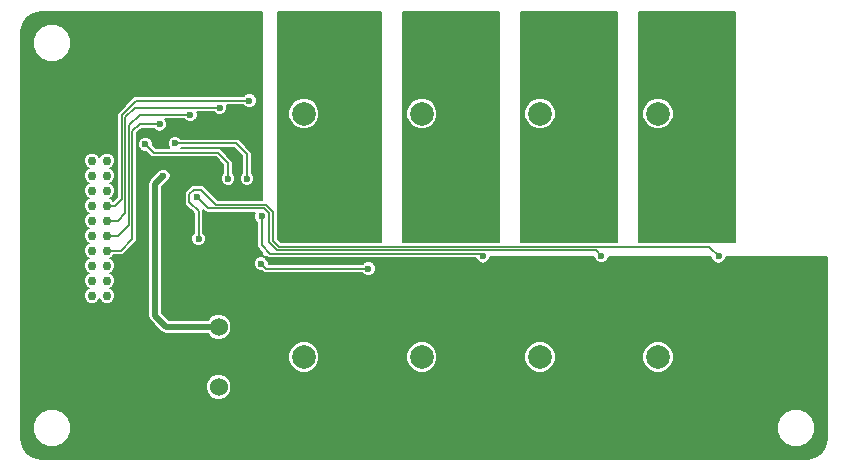
<source format=gbr>
G04 #@! TF.FileFunction,Copper,L2,Inr,Signal*
%FSLAX46Y46*%
G04 Gerber Fmt 4.6, Leading zero omitted, Abs format (unit mm)*
G04 Created by KiCad (PCBNEW 4.0.6-e0-6349~53~ubuntu14.04.1) date Sat Apr 15 22:34:14 2017*
%MOMM*%
%LPD*%
G01*
G04 APERTURE LIST*
%ADD10C,0.100000*%
%ADD11C,2.000000*%
%ADD12C,1.524000*%
%ADD13C,0.750000*%
%ADD14C,0.600000*%
%ADD15C,0.250000*%
%ADD16C,0.150000*%
%ADD17C,0.500000*%
%ADD18C,0.200000*%
G04 APERTURE END LIST*
D10*
D11*
X162300000Y-77000000D03*
X157300000Y-77000000D03*
X127300000Y-77000000D03*
X132300000Y-77000000D03*
X152300000Y-77000000D03*
X147300000Y-77000000D03*
X142300000Y-77000000D03*
X137300000Y-77000000D03*
D12*
X120100000Y-97600000D03*
X120100000Y-100140000D03*
X120100000Y-95060000D03*
D11*
X127300000Y-97600000D03*
X132300000Y-97600000D03*
X162300000Y-97600000D03*
X157300000Y-97600000D03*
X137300000Y-97600000D03*
X142300000Y-97600000D03*
X147300000Y-97600000D03*
X152300000Y-97600000D03*
D13*
X109365000Y-80985000D03*
X110635000Y-80985000D03*
X109365000Y-92415000D03*
X109365000Y-82255000D03*
X110635000Y-82255000D03*
X109365000Y-83525000D03*
X110635000Y-83525000D03*
X109365000Y-84795000D03*
X110635000Y-84795000D03*
X109365000Y-86065000D03*
X110635000Y-86065000D03*
X109365000Y-87335000D03*
X110635000Y-87335000D03*
X109365000Y-88605000D03*
X110635000Y-88605000D03*
X109365000Y-89875000D03*
X110635000Y-89875000D03*
X109365000Y-91145000D03*
X110635000Y-91145000D03*
X110635000Y-92415000D03*
D14*
X160000000Y-92500000D03*
X160000000Y-93500000D03*
X160000000Y-94500000D03*
X160000000Y-95500000D03*
X161000000Y-95500000D03*
X161000000Y-94500000D03*
X161000000Y-93500000D03*
X161000000Y-92500000D03*
X162000000Y-92500000D03*
X162000000Y-93500000D03*
X162000000Y-94500000D03*
X162000000Y-95500000D03*
X150000000Y-92500000D03*
X150000000Y-93500000D03*
X150000000Y-94500000D03*
X150000000Y-95500000D03*
X151000000Y-95500000D03*
X151000000Y-94500000D03*
X151000000Y-93500000D03*
X151000000Y-92500000D03*
X152000000Y-92500000D03*
X152000000Y-93500000D03*
X152000000Y-94500000D03*
X152000000Y-95500000D03*
X140000000Y-92500000D03*
X140000000Y-93500000D03*
X140000000Y-94500000D03*
X140000000Y-95500000D03*
X141000000Y-95500000D03*
X141000000Y-94500000D03*
X141000000Y-93500000D03*
X141000000Y-92500000D03*
X142000000Y-92500000D03*
X142000000Y-93500000D03*
X142000000Y-94500000D03*
X142000000Y-95500000D03*
X130000000Y-92500000D03*
X130000000Y-93500000D03*
X130000000Y-94500000D03*
X130000000Y-95500000D03*
X131000000Y-95500000D03*
X131000000Y-94500000D03*
X131000000Y-93500000D03*
X131000000Y-92500000D03*
X132000000Y-92500000D03*
X132000000Y-93500000D03*
X132000000Y-94500000D03*
X132000000Y-95500000D03*
X162425000Y-89075000D03*
X118400000Y-87600000D03*
X152500000Y-89025000D03*
X118225000Y-84050000D03*
X142475000Y-89075000D03*
X123725000Y-85700000D03*
X132775000Y-90125000D03*
X123700000Y-89700000D03*
X122700000Y-75900000D03*
X120200000Y-76500000D03*
X117700000Y-77100000D03*
X115100000Y-77900000D03*
X115400000Y-82275000D03*
X116400000Y-79500000D03*
X122500000Y-82500000D03*
X113900000Y-79600000D03*
X120900000Y-82500000D03*
X162000000Y-83000000D03*
X162000000Y-82000000D03*
X162000000Y-81000000D03*
X162000000Y-80000000D03*
X161000000Y-80000000D03*
X161000000Y-81000000D03*
X161000000Y-82000000D03*
X161000000Y-83000000D03*
X160000000Y-83000000D03*
X160000000Y-82000000D03*
X160000000Y-81000000D03*
X160000000Y-80000000D03*
X130000000Y-80000000D03*
X130000000Y-81000000D03*
X130000000Y-82000000D03*
X130000000Y-83000000D03*
X131000000Y-83000000D03*
X131000000Y-82000000D03*
X131000000Y-81000000D03*
X131000000Y-80000000D03*
X132000000Y-80000000D03*
X132000000Y-81000000D03*
X132000000Y-82000000D03*
X132000000Y-83000000D03*
X152000000Y-83000000D03*
X152000000Y-82000000D03*
X152000000Y-81000000D03*
X152000000Y-80000000D03*
X151000000Y-80000000D03*
X151000000Y-81000000D03*
X151000000Y-82000000D03*
X151000000Y-83000000D03*
X150000000Y-83000000D03*
X150000000Y-82000000D03*
X150000000Y-81000000D03*
X150000000Y-80000000D03*
X142000000Y-83000000D03*
X142000000Y-82000000D03*
X142000000Y-81000000D03*
X142000000Y-80000000D03*
X141000000Y-80000000D03*
X141000000Y-81000000D03*
X141000000Y-82000000D03*
X141000000Y-83000000D03*
X140000000Y-83000000D03*
X140000000Y-82000000D03*
X140000000Y-81000000D03*
X140000000Y-80000000D03*
D15*
X160000000Y-93500000D02*
X160000000Y-92500000D01*
X160000000Y-95500000D02*
X160000000Y-94500000D01*
X161000000Y-94500000D02*
X161000000Y-95500000D01*
X161000000Y-92500000D02*
X161000000Y-93500000D01*
X162000000Y-93500000D02*
X162000000Y-92500000D01*
X162000000Y-95500000D02*
X162000000Y-94500000D01*
X150000000Y-93500000D02*
X150000000Y-92500000D01*
X150000000Y-95500000D02*
X150000000Y-94500000D01*
X151000000Y-94500000D02*
X151000000Y-95500000D01*
X151000000Y-92500000D02*
X151000000Y-93500000D01*
X152000000Y-93500000D02*
X152000000Y-92500000D01*
X152000000Y-95500000D02*
X152000000Y-94500000D01*
X140000000Y-93500000D02*
X140000000Y-92500000D01*
X140000000Y-95500000D02*
X140000000Y-94500000D01*
X141000000Y-94500000D02*
X141000000Y-95500000D01*
X141000000Y-92500000D02*
X141000000Y-93500000D01*
X142000000Y-93500000D02*
X142000000Y-92500000D01*
X142000000Y-95500000D02*
X142000000Y-94500000D01*
X130000000Y-93500000D02*
X130000000Y-92500000D01*
X130000000Y-95500000D02*
X130000000Y-94500000D01*
X131000000Y-94500000D02*
X131000000Y-95500000D01*
X131000000Y-92500000D02*
X131000000Y-93500000D01*
X132000000Y-93500000D02*
X132000000Y-92500000D01*
X132000000Y-95500000D02*
X132000000Y-94500000D01*
D16*
X161599996Y-88249996D02*
X162425000Y-89075000D01*
X125199262Y-88249996D02*
X161599996Y-88249996D01*
X124700002Y-87750736D02*
X125199262Y-88249996D01*
X124700002Y-85325736D02*
X124700002Y-87750736D01*
X124074264Y-84699998D02*
X124700002Y-85325736D01*
X119849998Y-84699998D02*
X124074264Y-84699998D01*
X118575000Y-83425000D02*
X119849998Y-84699998D01*
X118025000Y-83425000D02*
X118575000Y-83425000D01*
X117625000Y-83825000D02*
X118025000Y-83425000D01*
X117625000Y-84500000D02*
X117625000Y-83825000D01*
X118400000Y-85275000D02*
X117625000Y-84500000D01*
X118400000Y-87600000D02*
X118400000Y-85275000D01*
X152024998Y-88549998D02*
X152500000Y-89025000D01*
X125074998Y-88549998D02*
X152024998Y-88549998D01*
X124400000Y-87875000D02*
X125074998Y-88549998D01*
X124400000Y-85450000D02*
X124400000Y-87875000D01*
X123950000Y-85000000D02*
X124400000Y-85450000D01*
X119175000Y-85000000D02*
X123950000Y-85000000D01*
X118225000Y-84050000D02*
X119175000Y-85000000D01*
X142250000Y-88850000D02*
X142475000Y-89075000D01*
X124450000Y-88850000D02*
X142250000Y-88850000D01*
X123725000Y-88125000D02*
X124450000Y-88850000D01*
X123725000Y-85700000D02*
X123725000Y-88125000D01*
X124125000Y-90125000D02*
X132775000Y-90125000D01*
X123700000Y-89700000D02*
X124125000Y-90125000D01*
X110635000Y-84795000D02*
X111305000Y-84795000D01*
X113100000Y-75900000D02*
X122700000Y-75900000D01*
X111900000Y-77100000D02*
X113100000Y-75900000D01*
X111900000Y-84200000D02*
X111900000Y-77100000D01*
X111305000Y-84795000D02*
X111900000Y-84200000D01*
X110635000Y-86065000D02*
X111535000Y-86065000D01*
X113000000Y-76500000D02*
X120200000Y-76500000D01*
X112200002Y-77299998D02*
X113000000Y-76500000D01*
X112200002Y-85399998D02*
X112200002Y-77299998D01*
X111535000Y-86065000D02*
X112200002Y-85399998D01*
X110635000Y-87335000D02*
X111565000Y-87335000D01*
X113400000Y-77100000D02*
X117700000Y-77100000D01*
X112500004Y-77999996D02*
X113400000Y-77100000D01*
X112500004Y-86399996D02*
X112500004Y-77999996D01*
X111565000Y-87335000D02*
X112500004Y-86399996D01*
X110635000Y-88605000D02*
X111795000Y-88605000D01*
X113400000Y-77900000D02*
X115100000Y-77900000D01*
X112800006Y-78499994D02*
X113400000Y-77900000D01*
X112800006Y-87599994D02*
X112800006Y-78499994D01*
X111795000Y-88605000D02*
X112800006Y-87599994D01*
D17*
X120100000Y-95060000D02*
X115660000Y-95060000D01*
X114700000Y-82975000D02*
X115400000Y-82275000D01*
X114700000Y-94100000D02*
X114700000Y-82975000D01*
X115660000Y-95060000D02*
X114700000Y-94100000D01*
D16*
X121600000Y-79500000D02*
X116400000Y-79500000D01*
X122500000Y-80400000D02*
X121600000Y-79500000D01*
X122500000Y-82500000D02*
X122500000Y-80400000D01*
X114600000Y-80300000D02*
X113900000Y-79600000D01*
X120000000Y-80300000D02*
X114600000Y-80300000D01*
X120900000Y-81200000D02*
X120000000Y-80300000D01*
X120900000Y-82500000D02*
X120900000Y-81200000D01*
D15*
X162000000Y-83000000D02*
X162000000Y-82000000D01*
X162000000Y-81000000D02*
X162000000Y-80000000D01*
X161000000Y-80000000D02*
X161000000Y-81000000D01*
X161000000Y-82000000D02*
X161000000Y-83000000D01*
X160000000Y-83000000D02*
X160000000Y-82000000D01*
X160000000Y-81000000D02*
X160000000Y-80000000D01*
X130000000Y-81000000D02*
X130000000Y-80000000D01*
X130000000Y-83000000D02*
X130000000Y-82000000D01*
X131000000Y-82000000D02*
X131000000Y-83000000D01*
X131000000Y-80000000D02*
X131000000Y-81000000D01*
X132000000Y-81000000D02*
X132000000Y-80000000D01*
X132000000Y-83000000D02*
X132000000Y-82000000D01*
X152000000Y-83000000D02*
X152000000Y-82000000D01*
X152000000Y-81000000D02*
X152000000Y-80000000D01*
X151000000Y-80000000D02*
X151000000Y-81000000D01*
X151000000Y-82000000D02*
X151000000Y-83000000D01*
X150000000Y-83000000D02*
X150000000Y-82000000D01*
X150000000Y-81000000D02*
X150000000Y-80000000D01*
X142000000Y-83000000D02*
X142000000Y-82000000D01*
X142000000Y-81000000D02*
X142000000Y-80000000D01*
X141000000Y-80000000D02*
X141000000Y-81000000D01*
X141000000Y-82000000D02*
X141000000Y-83000000D01*
X140000000Y-83000000D02*
X140000000Y-82000000D01*
X140000000Y-81000000D02*
X140000000Y-80000000D01*
D18*
G36*
X123800000Y-84304998D02*
X120013613Y-84304998D01*
X118854307Y-83145693D01*
X118726160Y-83060068D01*
X118575000Y-83030000D01*
X118025000Y-83030000D01*
X117873840Y-83060068D01*
X117745693Y-83145693D01*
X117345693Y-83545693D01*
X117260068Y-83673840D01*
X117230000Y-83825000D01*
X117230000Y-84500000D01*
X117260068Y-84651160D01*
X117345693Y-84779307D01*
X118005000Y-85438615D01*
X118005000Y-87118263D01*
X117874696Y-87248339D01*
X117780107Y-87476133D01*
X117779892Y-87722785D01*
X117874083Y-87950743D01*
X118048339Y-88125304D01*
X118276133Y-88219893D01*
X118522785Y-88220108D01*
X118750743Y-88125917D01*
X118925304Y-87951661D01*
X119019893Y-87723867D01*
X119020108Y-87477215D01*
X118925917Y-87249257D01*
X118795000Y-87118111D01*
X118795000Y-85275000D01*
X118771067Y-85154681D01*
X118895693Y-85279307D01*
X119023840Y-85364932D01*
X119175000Y-85395000D01*
X123180321Y-85395000D01*
X123105107Y-85576133D01*
X123104892Y-85822785D01*
X123199083Y-86050743D01*
X123330000Y-86181889D01*
X123330000Y-88125000D01*
X123360068Y-88276160D01*
X123445693Y-88404307D01*
X123800000Y-88758614D01*
X123800000Y-89000000D01*
X123807879Y-89038906D01*
X123830273Y-89071681D01*
X123863654Y-89093161D01*
X123900000Y-89100000D01*
X124141386Y-89100000D01*
X124170693Y-89129307D01*
X124298840Y-89214932D01*
X124450000Y-89245000D01*
X141874401Y-89245000D01*
X141949083Y-89425743D01*
X142123339Y-89600304D01*
X142351133Y-89694893D01*
X142597785Y-89695108D01*
X142825743Y-89600917D01*
X143000304Y-89426661D01*
X143094893Y-89198867D01*
X143094979Y-89100000D01*
X151879934Y-89100000D01*
X151879892Y-89147785D01*
X151974083Y-89375743D01*
X152148339Y-89550304D01*
X152376133Y-89644893D01*
X152622785Y-89645108D01*
X152850743Y-89550917D01*
X153025304Y-89376661D01*
X153119893Y-89148867D01*
X153119936Y-89100000D01*
X161804977Y-89100000D01*
X161804892Y-89197785D01*
X161899083Y-89425743D01*
X162073339Y-89600304D01*
X162301133Y-89694893D01*
X162547785Y-89695108D01*
X162775743Y-89600917D01*
X162950304Y-89426661D01*
X163044893Y-89198867D01*
X163044979Y-89100000D01*
X171605000Y-89100000D01*
X171605000Y-104561097D01*
X171475677Y-105211245D01*
X171129435Y-105729435D01*
X170611245Y-106075677D01*
X169961096Y-106205000D01*
X105038903Y-106205000D01*
X104388755Y-106075677D01*
X103870565Y-105729435D01*
X103524323Y-105211245D01*
X103395000Y-104561096D01*
X103395000Y-103920824D01*
X104379719Y-103920824D01*
X104625830Y-104516458D01*
X105081145Y-104972569D01*
X105676348Y-105219718D01*
X106320824Y-105220281D01*
X106916458Y-104974170D01*
X107372569Y-104518855D01*
X107619718Y-103923652D01*
X107619720Y-103920824D01*
X167379719Y-103920824D01*
X167625830Y-104516458D01*
X168081145Y-104972569D01*
X168676348Y-105219718D01*
X169320824Y-105220281D01*
X169916458Y-104974170D01*
X170372569Y-104518855D01*
X170619718Y-103923652D01*
X170620281Y-103279176D01*
X170374170Y-102683542D01*
X169918855Y-102227431D01*
X169323652Y-101980282D01*
X168679176Y-101979719D01*
X168083542Y-102225830D01*
X167627431Y-102681145D01*
X167380282Y-103276348D01*
X167379719Y-103920824D01*
X107619720Y-103920824D01*
X107620281Y-103279176D01*
X107374170Y-102683542D01*
X106918855Y-102227431D01*
X106323652Y-101980282D01*
X105679176Y-101979719D01*
X105083542Y-102225830D01*
X104627431Y-102681145D01*
X104380282Y-103276348D01*
X104379719Y-103920824D01*
X103395000Y-103920824D01*
X103395000Y-100354279D01*
X119017812Y-100354279D01*
X119182190Y-100752103D01*
X119486296Y-101056740D01*
X119883833Y-101221812D01*
X120314279Y-101222188D01*
X120712103Y-101057810D01*
X121016740Y-100753704D01*
X121181812Y-100356167D01*
X121182188Y-99925721D01*
X121017810Y-99527897D01*
X120713704Y-99223260D01*
X120316167Y-99058188D01*
X119885721Y-99057812D01*
X119487897Y-99222190D01*
X119183260Y-99526296D01*
X119018188Y-99923833D01*
X119017812Y-100354279D01*
X103395000Y-100354279D01*
X103395000Y-97861412D01*
X125979772Y-97861412D01*
X126180306Y-98346743D01*
X126551304Y-98718389D01*
X127036284Y-98919770D01*
X127561412Y-98920228D01*
X128046743Y-98719694D01*
X128418389Y-98348696D01*
X128619770Y-97863716D01*
X128619772Y-97861412D01*
X135979772Y-97861412D01*
X136180306Y-98346743D01*
X136551304Y-98718389D01*
X137036284Y-98919770D01*
X137561412Y-98920228D01*
X138046743Y-98719694D01*
X138418389Y-98348696D01*
X138619770Y-97863716D01*
X138619772Y-97861412D01*
X145979772Y-97861412D01*
X146180306Y-98346743D01*
X146551304Y-98718389D01*
X147036284Y-98919770D01*
X147561412Y-98920228D01*
X148046743Y-98719694D01*
X148418389Y-98348696D01*
X148619770Y-97863716D01*
X148619772Y-97861412D01*
X155979772Y-97861412D01*
X156180306Y-98346743D01*
X156551304Y-98718389D01*
X157036284Y-98919770D01*
X157561412Y-98920228D01*
X158046743Y-98719694D01*
X158418389Y-98348696D01*
X158619770Y-97863716D01*
X158620228Y-97338588D01*
X158419694Y-96853257D01*
X158048696Y-96481611D01*
X157563716Y-96280230D01*
X157038588Y-96279772D01*
X156553257Y-96480306D01*
X156181611Y-96851304D01*
X155980230Y-97336284D01*
X155979772Y-97861412D01*
X148619772Y-97861412D01*
X148620228Y-97338588D01*
X148419694Y-96853257D01*
X148048696Y-96481611D01*
X147563716Y-96280230D01*
X147038588Y-96279772D01*
X146553257Y-96480306D01*
X146181611Y-96851304D01*
X145980230Y-97336284D01*
X145979772Y-97861412D01*
X138619772Y-97861412D01*
X138620228Y-97338588D01*
X138419694Y-96853257D01*
X138048696Y-96481611D01*
X137563716Y-96280230D01*
X137038588Y-96279772D01*
X136553257Y-96480306D01*
X136181611Y-96851304D01*
X135980230Y-97336284D01*
X135979772Y-97861412D01*
X128619772Y-97861412D01*
X128620228Y-97338588D01*
X128419694Y-96853257D01*
X128048696Y-96481611D01*
X127563716Y-96280230D01*
X127038588Y-96279772D01*
X126553257Y-96480306D01*
X126181611Y-96851304D01*
X125980230Y-97336284D01*
X125979772Y-97861412D01*
X103395000Y-97861412D01*
X103395000Y-81122638D01*
X108669879Y-81122638D01*
X108775464Y-81378172D01*
X108970800Y-81573849D01*
X109081902Y-81619982D01*
X108971828Y-81665464D01*
X108776151Y-81860800D01*
X108670121Y-82116149D01*
X108669879Y-82392638D01*
X108775464Y-82648172D01*
X108970800Y-82843849D01*
X109081902Y-82889982D01*
X108971828Y-82935464D01*
X108776151Y-83130800D01*
X108670121Y-83386149D01*
X108669879Y-83662638D01*
X108775464Y-83918172D01*
X108970800Y-84113849D01*
X109081902Y-84159982D01*
X108971828Y-84205464D01*
X108776151Y-84400800D01*
X108670121Y-84656149D01*
X108669879Y-84932638D01*
X108775464Y-85188172D01*
X108970800Y-85383849D01*
X109081902Y-85429982D01*
X108971828Y-85475464D01*
X108776151Y-85670800D01*
X108670121Y-85926149D01*
X108669879Y-86202638D01*
X108775464Y-86458172D01*
X108970800Y-86653849D01*
X109081902Y-86699982D01*
X108971828Y-86745464D01*
X108776151Y-86940800D01*
X108670121Y-87196149D01*
X108669879Y-87472638D01*
X108775464Y-87728172D01*
X108970800Y-87923849D01*
X109081902Y-87969982D01*
X108971828Y-88015464D01*
X108776151Y-88210800D01*
X108670121Y-88466149D01*
X108669879Y-88742638D01*
X108775464Y-88998172D01*
X108970800Y-89193849D01*
X109081902Y-89239982D01*
X108971828Y-89285464D01*
X108776151Y-89480800D01*
X108670121Y-89736149D01*
X108669879Y-90012638D01*
X108775464Y-90268172D01*
X108970800Y-90463849D01*
X109081902Y-90509982D01*
X108971828Y-90555464D01*
X108776151Y-90750800D01*
X108670121Y-91006149D01*
X108669879Y-91282638D01*
X108775464Y-91538172D01*
X108970800Y-91733849D01*
X109081902Y-91779982D01*
X108971828Y-91825464D01*
X108776151Y-92020800D01*
X108670121Y-92276149D01*
X108669879Y-92552638D01*
X108775464Y-92808172D01*
X108970800Y-93003849D01*
X109226149Y-93109879D01*
X109502638Y-93110121D01*
X109758172Y-93004536D01*
X109953849Y-92809200D01*
X109999982Y-92698098D01*
X110045464Y-92808172D01*
X110240800Y-93003849D01*
X110496149Y-93109879D01*
X110772638Y-93110121D01*
X111028172Y-93004536D01*
X111223849Y-92809200D01*
X111329879Y-92553851D01*
X111330121Y-92277362D01*
X111224536Y-92021828D01*
X111029200Y-91826151D01*
X110918098Y-91780018D01*
X111028172Y-91734536D01*
X111223849Y-91539200D01*
X111329879Y-91283851D01*
X111330121Y-91007362D01*
X111224536Y-90751828D01*
X111029200Y-90556151D01*
X110918098Y-90510018D01*
X111028172Y-90464536D01*
X111223849Y-90269200D01*
X111329879Y-90013851D01*
X111330121Y-89737362D01*
X111224536Y-89481828D01*
X111029200Y-89286151D01*
X110918098Y-89240018D01*
X111028172Y-89194536D01*
X111223048Y-89000000D01*
X111795000Y-89000000D01*
X111946160Y-88969932D01*
X112074307Y-88884307D01*
X113079313Y-87879301D01*
X113164938Y-87751154D01*
X113195006Y-87599994D01*
X113195006Y-82975000D01*
X114130000Y-82975000D01*
X114130000Y-94100000D01*
X114173389Y-94318130D01*
X114288229Y-94490000D01*
X114296949Y-94503051D01*
X115256949Y-95463051D01*
X115441870Y-95586611D01*
X115660000Y-95630000D01*
X119164793Y-95630000D01*
X119182190Y-95672103D01*
X119486296Y-95976740D01*
X119883833Y-96141812D01*
X120314279Y-96142188D01*
X120712103Y-95977810D01*
X121016740Y-95673704D01*
X121181812Y-95276167D01*
X121182188Y-94845721D01*
X121017810Y-94447897D01*
X120713704Y-94143260D01*
X120316167Y-93978188D01*
X119885721Y-93977812D01*
X119487897Y-94142190D01*
X119183260Y-94446296D01*
X119165112Y-94490000D01*
X115896102Y-94490000D01*
X115270000Y-93863898D01*
X115270000Y-89822785D01*
X123079892Y-89822785D01*
X123174083Y-90050743D01*
X123348339Y-90225304D01*
X123576133Y-90319893D01*
X123761441Y-90320055D01*
X123845693Y-90404307D01*
X123973840Y-90489932D01*
X124125000Y-90520000D01*
X132293263Y-90520000D01*
X132423339Y-90650304D01*
X132651133Y-90744893D01*
X132897785Y-90745108D01*
X133125743Y-90650917D01*
X133300304Y-90476661D01*
X133394893Y-90248867D01*
X133395108Y-90002215D01*
X133300917Y-89774257D01*
X133126661Y-89599696D01*
X132898867Y-89505107D01*
X132652215Y-89504892D01*
X132424257Y-89599083D01*
X132293111Y-89730000D01*
X124319975Y-89730000D01*
X124320108Y-89577215D01*
X124225917Y-89349257D01*
X124051661Y-89174696D01*
X123823867Y-89080107D01*
X123577215Y-89079892D01*
X123349257Y-89174083D01*
X123174696Y-89348339D01*
X123080107Y-89576133D01*
X123079892Y-89822785D01*
X115270000Y-89822785D01*
X115270000Y-83211102D01*
X115630502Y-82850600D01*
X115750743Y-82800917D01*
X115925304Y-82626661D01*
X116019893Y-82398867D01*
X116020108Y-82152215D01*
X115925917Y-81924257D01*
X115751661Y-81749696D01*
X115523867Y-81655107D01*
X115277215Y-81654892D01*
X115049257Y-81749083D01*
X114874696Y-81923339D01*
X114824376Y-82044522D01*
X114296949Y-82571949D01*
X114173389Y-82756870D01*
X114130000Y-82975000D01*
X113195006Y-82975000D01*
X113195006Y-79722785D01*
X113279892Y-79722785D01*
X113374083Y-79950743D01*
X113548339Y-80125304D01*
X113776133Y-80219893D01*
X113961440Y-80220055D01*
X114320692Y-80579307D01*
X114448840Y-80664932D01*
X114600000Y-80695000D01*
X119836386Y-80695000D01*
X120505000Y-81363614D01*
X120505000Y-82018263D01*
X120374696Y-82148339D01*
X120280107Y-82376133D01*
X120279892Y-82622785D01*
X120374083Y-82850743D01*
X120548339Y-83025304D01*
X120776133Y-83119893D01*
X121022785Y-83120108D01*
X121250743Y-83025917D01*
X121425304Y-82851661D01*
X121519893Y-82623867D01*
X121520108Y-82377215D01*
X121425917Y-82149257D01*
X121295000Y-82018111D01*
X121295000Y-81200000D01*
X121264932Y-81048840D01*
X121179307Y-80920693D01*
X120279307Y-80020693D01*
X120151160Y-79935068D01*
X120000000Y-79905000D01*
X116871872Y-79905000D01*
X116881889Y-79895000D01*
X121436386Y-79895000D01*
X122105000Y-80563614D01*
X122105000Y-82018263D01*
X121974696Y-82148339D01*
X121880107Y-82376133D01*
X121879892Y-82622785D01*
X121974083Y-82850743D01*
X122148339Y-83025304D01*
X122376133Y-83119893D01*
X122622785Y-83120108D01*
X122850743Y-83025917D01*
X123025304Y-82851661D01*
X123119893Y-82623867D01*
X123120108Y-82377215D01*
X123025917Y-82149257D01*
X122895000Y-82018111D01*
X122895000Y-80400000D01*
X122864932Y-80248840D01*
X122779307Y-80120693D01*
X121879307Y-79220693D01*
X121751160Y-79135068D01*
X121600000Y-79105000D01*
X116881737Y-79105000D01*
X116751661Y-78974696D01*
X116523867Y-78880107D01*
X116277215Y-78879892D01*
X116049257Y-78974083D01*
X115874696Y-79148339D01*
X115780107Y-79376133D01*
X115779892Y-79622785D01*
X115874083Y-79850743D01*
X115928245Y-79905000D01*
X114763615Y-79905000D01*
X114519948Y-79661333D01*
X114520108Y-79477215D01*
X114425917Y-79249257D01*
X114251661Y-79074696D01*
X114023867Y-78980107D01*
X113777215Y-78979892D01*
X113549257Y-79074083D01*
X113374696Y-79248339D01*
X113280107Y-79476133D01*
X113279892Y-79722785D01*
X113195006Y-79722785D01*
X113195006Y-78663608D01*
X113563614Y-78295000D01*
X114618263Y-78295000D01*
X114748339Y-78425304D01*
X114976133Y-78519893D01*
X115222785Y-78520108D01*
X115450743Y-78425917D01*
X115625304Y-78251661D01*
X115719893Y-78023867D01*
X115720108Y-77777215D01*
X115625917Y-77549257D01*
X115571755Y-77495000D01*
X117218263Y-77495000D01*
X117348339Y-77625304D01*
X117576133Y-77719893D01*
X117822785Y-77720108D01*
X118050743Y-77625917D01*
X118225304Y-77451661D01*
X118319893Y-77223867D01*
X118320108Y-76977215D01*
X118286137Y-76895000D01*
X119718263Y-76895000D01*
X119848339Y-77025304D01*
X120076133Y-77119893D01*
X120322785Y-77120108D01*
X120550743Y-77025917D01*
X120725304Y-76851661D01*
X120819893Y-76623867D01*
X120820108Y-76377215D01*
X120786137Y-76295000D01*
X122218263Y-76295000D01*
X122348339Y-76425304D01*
X122576133Y-76519893D01*
X122822785Y-76520108D01*
X123050743Y-76425917D01*
X123225304Y-76251661D01*
X123319893Y-76023867D01*
X123320108Y-75777215D01*
X123225917Y-75549257D01*
X123051661Y-75374696D01*
X122823867Y-75280107D01*
X122577215Y-75279892D01*
X122349257Y-75374083D01*
X122218111Y-75505000D01*
X113100000Y-75505000D01*
X112948840Y-75535068D01*
X112820693Y-75620693D01*
X111620693Y-76820693D01*
X111535068Y-76948840D01*
X111505000Y-77100000D01*
X111505000Y-84036386D01*
X111182084Y-84359302D01*
X111029200Y-84206151D01*
X110918098Y-84160018D01*
X111028172Y-84114536D01*
X111223849Y-83919200D01*
X111329879Y-83663851D01*
X111330121Y-83387362D01*
X111224536Y-83131828D01*
X111029200Y-82936151D01*
X110918098Y-82890018D01*
X111028172Y-82844536D01*
X111223849Y-82649200D01*
X111329879Y-82393851D01*
X111330121Y-82117362D01*
X111224536Y-81861828D01*
X111029200Y-81666151D01*
X110918098Y-81620018D01*
X111028172Y-81574536D01*
X111223849Y-81379200D01*
X111329879Y-81123851D01*
X111330121Y-80847362D01*
X111224536Y-80591828D01*
X111029200Y-80396151D01*
X110773851Y-80290121D01*
X110497362Y-80289879D01*
X110241828Y-80395464D01*
X110046151Y-80590800D01*
X110000018Y-80701902D01*
X109954536Y-80591828D01*
X109759200Y-80396151D01*
X109503851Y-80290121D01*
X109227362Y-80289879D01*
X108971828Y-80395464D01*
X108776151Y-80590800D01*
X108670121Y-80846149D01*
X108669879Y-81122638D01*
X103395000Y-81122638D01*
X103395000Y-71320824D01*
X104379719Y-71320824D01*
X104625830Y-71916458D01*
X105081145Y-72372569D01*
X105676348Y-72619718D01*
X106320824Y-72620281D01*
X106916458Y-72374170D01*
X107372569Y-71918855D01*
X107619718Y-71323652D01*
X107620281Y-70679176D01*
X107374170Y-70083542D01*
X106918855Y-69627431D01*
X106323652Y-69380282D01*
X105679176Y-69379719D01*
X105083542Y-69625830D01*
X104627431Y-70081145D01*
X104380282Y-70676348D01*
X104379719Y-71320824D01*
X103395000Y-71320824D01*
X103395000Y-70038904D01*
X103524323Y-69388755D01*
X103870565Y-68870565D01*
X104388755Y-68524323D01*
X105038903Y-68395000D01*
X123800000Y-68395000D01*
X123800000Y-84304998D01*
X123800000Y-84304998D01*
G37*
X123800000Y-84304998D02*
X120013613Y-84304998D01*
X118854307Y-83145693D01*
X118726160Y-83060068D01*
X118575000Y-83030000D01*
X118025000Y-83030000D01*
X117873840Y-83060068D01*
X117745693Y-83145693D01*
X117345693Y-83545693D01*
X117260068Y-83673840D01*
X117230000Y-83825000D01*
X117230000Y-84500000D01*
X117260068Y-84651160D01*
X117345693Y-84779307D01*
X118005000Y-85438615D01*
X118005000Y-87118263D01*
X117874696Y-87248339D01*
X117780107Y-87476133D01*
X117779892Y-87722785D01*
X117874083Y-87950743D01*
X118048339Y-88125304D01*
X118276133Y-88219893D01*
X118522785Y-88220108D01*
X118750743Y-88125917D01*
X118925304Y-87951661D01*
X119019893Y-87723867D01*
X119020108Y-87477215D01*
X118925917Y-87249257D01*
X118795000Y-87118111D01*
X118795000Y-85275000D01*
X118771067Y-85154681D01*
X118895693Y-85279307D01*
X119023840Y-85364932D01*
X119175000Y-85395000D01*
X123180321Y-85395000D01*
X123105107Y-85576133D01*
X123104892Y-85822785D01*
X123199083Y-86050743D01*
X123330000Y-86181889D01*
X123330000Y-88125000D01*
X123360068Y-88276160D01*
X123445693Y-88404307D01*
X123800000Y-88758614D01*
X123800000Y-89000000D01*
X123807879Y-89038906D01*
X123830273Y-89071681D01*
X123863654Y-89093161D01*
X123900000Y-89100000D01*
X124141386Y-89100000D01*
X124170693Y-89129307D01*
X124298840Y-89214932D01*
X124450000Y-89245000D01*
X141874401Y-89245000D01*
X141949083Y-89425743D01*
X142123339Y-89600304D01*
X142351133Y-89694893D01*
X142597785Y-89695108D01*
X142825743Y-89600917D01*
X143000304Y-89426661D01*
X143094893Y-89198867D01*
X143094979Y-89100000D01*
X151879934Y-89100000D01*
X151879892Y-89147785D01*
X151974083Y-89375743D01*
X152148339Y-89550304D01*
X152376133Y-89644893D01*
X152622785Y-89645108D01*
X152850743Y-89550917D01*
X153025304Y-89376661D01*
X153119893Y-89148867D01*
X153119936Y-89100000D01*
X161804977Y-89100000D01*
X161804892Y-89197785D01*
X161899083Y-89425743D01*
X162073339Y-89600304D01*
X162301133Y-89694893D01*
X162547785Y-89695108D01*
X162775743Y-89600917D01*
X162950304Y-89426661D01*
X163044893Y-89198867D01*
X163044979Y-89100000D01*
X171605000Y-89100000D01*
X171605000Y-104561097D01*
X171475677Y-105211245D01*
X171129435Y-105729435D01*
X170611245Y-106075677D01*
X169961096Y-106205000D01*
X105038903Y-106205000D01*
X104388755Y-106075677D01*
X103870565Y-105729435D01*
X103524323Y-105211245D01*
X103395000Y-104561096D01*
X103395000Y-103920824D01*
X104379719Y-103920824D01*
X104625830Y-104516458D01*
X105081145Y-104972569D01*
X105676348Y-105219718D01*
X106320824Y-105220281D01*
X106916458Y-104974170D01*
X107372569Y-104518855D01*
X107619718Y-103923652D01*
X107619720Y-103920824D01*
X167379719Y-103920824D01*
X167625830Y-104516458D01*
X168081145Y-104972569D01*
X168676348Y-105219718D01*
X169320824Y-105220281D01*
X169916458Y-104974170D01*
X170372569Y-104518855D01*
X170619718Y-103923652D01*
X170620281Y-103279176D01*
X170374170Y-102683542D01*
X169918855Y-102227431D01*
X169323652Y-101980282D01*
X168679176Y-101979719D01*
X168083542Y-102225830D01*
X167627431Y-102681145D01*
X167380282Y-103276348D01*
X167379719Y-103920824D01*
X107619720Y-103920824D01*
X107620281Y-103279176D01*
X107374170Y-102683542D01*
X106918855Y-102227431D01*
X106323652Y-101980282D01*
X105679176Y-101979719D01*
X105083542Y-102225830D01*
X104627431Y-102681145D01*
X104380282Y-103276348D01*
X104379719Y-103920824D01*
X103395000Y-103920824D01*
X103395000Y-100354279D01*
X119017812Y-100354279D01*
X119182190Y-100752103D01*
X119486296Y-101056740D01*
X119883833Y-101221812D01*
X120314279Y-101222188D01*
X120712103Y-101057810D01*
X121016740Y-100753704D01*
X121181812Y-100356167D01*
X121182188Y-99925721D01*
X121017810Y-99527897D01*
X120713704Y-99223260D01*
X120316167Y-99058188D01*
X119885721Y-99057812D01*
X119487897Y-99222190D01*
X119183260Y-99526296D01*
X119018188Y-99923833D01*
X119017812Y-100354279D01*
X103395000Y-100354279D01*
X103395000Y-97861412D01*
X125979772Y-97861412D01*
X126180306Y-98346743D01*
X126551304Y-98718389D01*
X127036284Y-98919770D01*
X127561412Y-98920228D01*
X128046743Y-98719694D01*
X128418389Y-98348696D01*
X128619770Y-97863716D01*
X128619772Y-97861412D01*
X135979772Y-97861412D01*
X136180306Y-98346743D01*
X136551304Y-98718389D01*
X137036284Y-98919770D01*
X137561412Y-98920228D01*
X138046743Y-98719694D01*
X138418389Y-98348696D01*
X138619770Y-97863716D01*
X138619772Y-97861412D01*
X145979772Y-97861412D01*
X146180306Y-98346743D01*
X146551304Y-98718389D01*
X147036284Y-98919770D01*
X147561412Y-98920228D01*
X148046743Y-98719694D01*
X148418389Y-98348696D01*
X148619770Y-97863716D01*
X148619772Y-97861412D01*
X155979772Y-97861412D01*
X156180306Y-98346743D01*
X156551304Y-98718389D01*
X157036284Y-98919770D01*
X157561412Y-98920228D01*
X158046743Y-98719694D01*
X158418389Y-98348696D01*
X158619770Y-97863716D01*
X158620228Y-97338588D01*
X158419694Y-96853257D01*
X158048696Y-96481611D01*
X157563716Y-96280230D01*
X157038588Y-96279772D01*
X156553257Y-96480306D01*
X156181611Y-96851304D01*
X155980230Y-97336284D01*
X155979772Y-97861412D01*
X148619772Y-97861412D01*
X148620228Y-97338588D01*
X148419694Y-96853257D01*
X148048696Y-96481611D01*
X147563716Y-96280230D01*
X147038588Y-96279772D01*
X146553257Y-96480306D01*
X146181611Y-96851304D01*
X145980230Y-97336284D01*
X145979772Y-97861412D01*
X138619772Y-97861412D01*
X138620228Y-97338588D01*
X138419694Y-96853257D01*
X138048696Y-96481611D01*
X137563716Y-96280230D01*
X137038588Y-96279772D01*
X136553257Y-96480306D01*
X136181611Y-96851304D01*
X135980230Y-97336284D01*
X135979772Y-97861412D01*
X128619772Y-97861412D01*
X128620228Y-97338588D01*
X128419694Y-96853257D01*
X128048696Y-96481611D01*
X127563716Y-96280230D01*
X127038588Y-96279772D01*
X126553257Y-96480306D01*
X126181611Y-96851304D01*
X125980230Y-97336284D01*
X125979772Y-97861412D01*
X103395000Y-97861412D01*
X103395000Y-81122638D01*
X108669879Y-81122638D01*
X108775464Y-81378172D01*
X108970800Y-81573849D01*
X109081902Y-81619982D01*
X108971828Y-81665464D01*
X108776151Y-81860800D01*
X108670121Y-82116149D01*
X108669879Y-82392638D01*
X108775464Y-82648172D01*
X108970800Y-82843849D01*
X109081902Y-82889982D01*
X108971828Y-82935464D01*
X108776151Y-83130800D01*
X108670121Y-83386149D01*
X108669879Y-83662638D01*
X108775464Y-83918172D01*
X108970800Y-84113849D01*
X109081902Y-84159982D01*
X108971828Y-84205464D01*
X108776151Y-84400800D01*
X108670121Y-84656149D01*
X108669879Y-84932638D01*
X108775464Y-85188172D01*
X108970800Y-85383849D01*
X109081902Y-85429982D01*
X108971828Y-85475464D01*
X108776151Y-85670800D01*
X108670121Y-85926149D01*
X108669879Y-86202638D01*
X108775464Y-86458172D01*
X108970800Y-86653849D01*
X109081902Y-86699982D01*
X108971828Y-86745464D01*
X108776151Y-86940800D01*
X108670121Y-87196149D01*
X108669879Y-87472638D01*
X108775464Y-87728172D01*
X108970800Y-87923849D01*
X109081902Y-87969982D01*
X108971828Y-88015464D01*
X108776151Y-88210800D01*
X108670121Y-88466149D01*
X108669879Y-88742638D01*
X108775464Y-88998172D01*
X108970800Y-89193849D01*
X109081902Y-89239982D01*
X108971828Y-89285464D01*
X108776151Y-89480800D01*
X108670121Y-89736149D01*
X108669879Y-90012638D01*
X108775464Y-90268172D01*
X108970800Y-90463849D01*
X109081902Y-90509982D01*
X108971828Y-90555464D01*
X108776151Y-90750800D01*
X108670121Y-91006149D01*
X108669879Y-91282638D01*
X108775464Y-91538172D01*
X108970800Y-91733849D01*
X109081902Y-91779982D01*
X108971828Y-91825464D01*
X108776151Y-92020800D01*
X108670121Y-92276149D01*
X108669879Y-92552638D01*
X108775464Y-92808172D01*
X108970800Y-93003849D01*
X109226149Y-93109879D01*
X109502638Y-93110121D01*
X109758172Y-93004536D01*
X109953849Y-92809200D01*
X109999982Y-92698098D01*
X110045464Y-92808172D01*
X110240800Y-93003849D01*
X110496149Y-93109879D01*
X110772638Y-93110121D01*
X111028172Y-93004536D01*
X111223849Y-92809200D01*
X111329879Y-92553851D01*
X111330121Y-92277362D01*
X111224536Y-92021828D01*
X111029200Y-91826151D01*
X110918098Y-91780018D01*
X111028172Y-91734536D01*
X111223849Y-91539200D01*
X111329879Y-91283851D01*
X111330121Y-91007362D01*
X111224536Y-90751828D01*
X111029200Y-90556151D01*
X110918098Y-90510018D01*
X111028172Y-90464536D01*
X111223849Y-90269200D01*
X111329879Y-90013851D01*
X111330121Y-89737362D01*
X111224536Y-89481828D01*
X111029200Y-89286151D01*
X110918098Y-89240018D01*
X111028172Y-89194536D01*
X111223048Y-89000000D01*
X111795000Y-89000000D01*
X111946160Y-88969932D01*
X112074307Y-88884307D01*
X113079313Y-87879301D01*
X113164938Y-87751154D01*
X113195006Y-87599994D01*
X113195006Y-82975000D01*
X114130000Y-82975000D01*
X114130000Y-94100000D01*
X114173389Y-94318130D01*
X114288229Y-94490000D01*
X114296949Y-94503051D01*
X115256949Y-95463051D01*
X115441870Y-95586611D01*
X115660000Y-95630000D01*
X119164793Y-95630000D01*
X119182190Y-95672103D01*
X119486296Y-95976740D01*
X119883833Y-96141812D01*
X120314279Y-96142188D01*
X120712103Y-95977810D01*
X121016740Y-95673704D01*
X121181812Y-95276167D01*
X121182188Y-94845721D01*
X121017810Y-94447897D01*
X120713704Y-94143260D01*
X120316167Y-93978188D01*
X119885721Y-93977812D01*
X119487897Y-94142190D01*
X119183260Y-94446296D01*
X119165112Y-94490000D01*
X115896102Y-94490000D01*
X115270000Y-93863898D01*
X115270000Y-89822785D01*
X123079892Y-89822785D01*
X123174083Y-90050743D01*
X123348339Y-90225304D01*
X123576133Y-90319893D01*
X123761441Y-90320055D01*
X123845693Y-90404307D01*
X123973840Y-90489932D01*
X124125000Y-90520000D01*
X132293263Y-90520000D01*
X132423339Y-90650304D01*
X132651133Y-90744893D01*
X132897785Y-90745108D01*
X133125743Y-90650917D01*
X133300304Y-90476661D01*
X133394893Y-90248867D01*
X133395108Y-90002215D01*
X133300917Y-89774257D01*
X133126661Y-89599696D01*
X132898867Y-89505107D01*
X132652215Y-89504892D01*
X132424257Y-89599083D01*
X132293111Y-89730000D01*
X124319975Y-89730000D01*
X124320108Y-89577215D01*
X124225917Y-89349257D01*
X124051661Y-89174696D01*
X123823867Y-89080107D01*
X123577215Y-89079892D01*
X123349257Y-89174083D01*
X123174696Y-89348339D01*
X123080107Y-89576133D01*
X123079892Y-89822785D01*
X115270000Y-89822785D01*
X115270000Y-83211102D01*
X115630502Y-82850600D01*
X115750743Y-82800917D01*
X115925304Y-82626661D01*
X116019893Y-82398867D01*
X116020108Y-82152215D01*
X115925917Y-81924257D01*
X115751661Y-81749696D01*
X115523867Y-81655107D01*
X115277215Y-81654892D01*
X115049257Y-81749083D01*
X114874696Y-81923339D01*
X114824376Y-82044522D01*
X114296949Y-82571949D01*
X114173389Y-82756870D01*
X114130000Y-82975000D01*
X113195006Y-82975000D01*
X113195006Y-79722785D01*
X113279892Y-79722785D01*
X113374083Y-79950743D01*
X113548339Y-80125304D01*
X113776133Y-80219893D01*
X113961440Y-80220055D01*
X114320692Y-80579307D01*
X114448840Y-80664932D01*
X114600000Y-80695000D01*
X119836386Y-80695000D01*
X120505000Y-81363614D01*
X120505000Y-82018263D01*
X120374696Y-82148339D01*
X120280107Y-82376133D01*
X120279892Y-82622785D01*
X120374083Y-82850743D01*
X120548339Y-83025304D01*
X120776133Y-83119893D01*
X121022785Y-83120108D01*
X121250743Y-83025917D01*
X121425304Y-82851661D01*
X121519893Y-82623867D01*
X121520108Y-82377215D01*
X121425917Y-82149257D01*
X121295000Y-82018111D01*
X121295000Y-81200000D01*
X121264932Y-81048840D01*
X121179307Y-80920693D01*
X120279307Y-80020693D01*
X120151160Y-79935068D01*
X120000000Y-79905000D01*
X116871872Y-79905000D01*
X116881889Y-79895000D01*
X121436386Y-79895000D01*
X122105000Y-80563614D01*
X122105000Y-82018263D01*
X121974696Y-82148339D01*
X121880107Y-82376133D01*
X121879892Y-82622785D01*
X121974083Y-82850743D01*
X122148339Y-83025304D01*
X122376133Y-83119893D01*
X122622785Y-83120108D01*
X122850743Y-83025917D01*
X123025304Y-82851661D01*
X123119893Y-82623867D01*
X123120108Y-82377215D01*
X123025917Y-82149257D01*
X122895000Y-82018111D01*
X122895000Y-80400000D01*
X122864932Y-80248840D01*
X122779307Y-80120693D01*
X121879307Y-79220693D01*
X121751160Y-79135068D01*
X121600000Y-79105000D01*
X116881737Y-79105000D01*
X116751661Y-78974696D01*
X116523867Y-78880107D01*
X116277215Y-78879892D01*
X116049257Y-78974083D01*
X115874696Y-79148339D01*
X115780107Y-79376133D01*
X115779892Y-79622785D01*
X115874083Y-79850743D01*
X115928245Y-79905000D01*
X114763615Y-79905000D01*
X114519948Y-79661333D01*
X114520108Y-79477215D01*
X114425917Y-79249257D01*
X114251661Y-79074696D01*
X114023867Y-78980107D01*
X113777215Y-78979892D01*
X113549257Y-79074083D01*
X113374696Y-79248339D01*
X113280107Y-79476133D01*
X113279892Y-79722785D01*
X113195006Y-79722785D01*
X113195006Y-78663608D01*
X113563614Y-78295000D01*
X114618263Y-78295000D01*
X114748339Y-78425304D01*
X114976133Y-78519893D01*
X115222785Y-78520108D01*
X115450743Y-78425917D01*
X115625304Y-78251661D01*
X115719893Y-78023867D01*
X115720108Y-77777215D01*
X115625917Y-77549257D01*
X115571755Y-77495000D01*
X117218263Y-77495000D01*
X117348339Y-77625304D01*
X117576133Y-77719893D01*
X117822785Y-77720108D01*
X118050743Y-77625917D01*
X118225304Y-77451661D01*
X118319893Y-77223867D01*
X118320108Y-76977215D01*
X118286137Y-76895000D01*
X119718263Y-76895000D01*
X119848339Y-77025304D01*
X120076133Y-77119893D01*
X120322785Y-77120108D01*
X120550743Y-77025917D01*
X120725304Y-76851661D01*
X120819893Y-76623867D01*
X120820108Y-76377215D01*
X120786137Y-76295000D01*
X122218263Y-76295000D01*
X122348339Y-76425304D01*
X122576133Y-76519893D01*
X122822785Y-76520108D01*
X123050743Y-76425917D01*
X123225304Y-76251661D01*
X123319893Y-76023867D01*
X123320108Y-75777215D01*
X123225917Y-75549257D01*
X123051661Y-75374696D01*
X122823867Y-75280107D01*
X122577215Y-75279892D01*
X122349257Y-75374083D01*
X122218111Y-75505000D01*
X113100000Y-75505000D01*
X112948840Y-75535068D01*
X112820693Y-75620693D01*
X111620693Y-76820693D01*
X111535068Y-76948840D01*
X111505000Y-77100000D01*
X111505000Y-84036386D01*
X111182084Y-84359302D01*
X111029200Y-84206151D01*
X110918098Y-84160018D01*
X111028172Y-84114536D01*
X111223849Y-83919200D01*
X111329879Y-83663851D01*
X111330121Y-83387362D01*
X111224536Y-83131828D01*
X111029200Y-82936151D01*
X110918098Y-82890018D01*
X111028172Y-82844536D01*
X111223849Y-82649200D01*
X111329879Y-82393851D01*
X111330121Y-82117362D01*
X111224536Y-81861828D01*
X111029200Y-81666151D01*
X110918098Y-81620018D01*
X111028172Y-81574536D01*
X111223849Y-81379200D01*
X111329879Y-81123851D01*
X111330121Y-80847362D01*
X111224536Y-80591828D01*
X111029200Y-80396151D01*
X110773851Y-80290121D01*
X110497362Y-80289879D01*
X110241828Y-80395464D01*
X110046151Y-80590800D01*
X110000018Y-80701902D01*
X109954536Y-80591828D01*
X109759200Y-80396151D01*
X109503851Y-80290121D01*
X109227362Y-80289879D01*
X108971828Y-80395464D01*
X108776151Y-80590800D01*
X108670121Y-80846149D01*
X108669879Y-81122638D01*
X103395000Y-81122638D01*
X103395000Y-71320824D01*
X104379719Y-71320824D01*
X104625830Y-71916458D01*
X105081145Y-72372569D01*
X105676348Y-72619718D01*
X106320824Y-72620281D01*
X106916458Y-72374170D01*
X107372569Y-71918855D01*
X107619718Y-71323652D01*
X107620281Y-70679176D01*
X107374170Y-70083542D01*
X106918855Y-69627431D01*
X106323652Y-69380282D01*
X105679176Y-69379719D01*
X105083542Y-69625830D01*
X104627431Y-70081145D01*
X104380282Y-70676348D01*
X104379719Y-71320824D01*
X103395000Y-71320824D01*
X103395000Y-70038904D01*
X103524323Y-69388755D01*
X103870565Y-68870565D01*
X104388755Y-68524323D01*
X105038903Y-68395000D01*
X123800000Y-68395000D01*
X123800000Y-84304998D01*
G36*
X133800000Y-87854996D02*
X125362876Y-87854996D01*
X125100000Y-87592120D01*
X125100000Y-77261412D01*
X125979772Y-77261412D01*
X126180306Y-77746743D01*
X126551304Y-78118389D01*
X127036284Y-78319770D01*
X127561412Y-78320228D01*
X128046743Y-78119694D01*
X128418389Y-77748696D01*
X128619770Y-77263716D01*
X128620228Y-76738588D01*
X128419694Y-76253257D01*
X128048696Y-75881611D01*
X127563716Y-75680230D01*
X127038588Y-75679772D01*
X126553257Y-75880306D01*
X126181611Y-76251304D01*
X125980230Y-76736284D01*
X125979772Y-77261412D01*
X125100000Y-77261412D01*
X125100000Y-68395000D01*
X133800000Y-68395000D01*
X133800000Y-87854996D01*
X133800000Y-87854996D01*
G37*
X133800000Y-87854996D02*
X125362876Y-87854996D01*
X125100000Y-87592120D01*
X125100000Y-77261412D01*
X125979772Y-77261412D01*
X126180306Y-77746743D01*
X126551304Y-78118389D01*
X127036284Y-78319770D01*
X127561412Y-78320228D01*
X128046743Y-78119694D01*
X128418389Y-77748696D01*
X128619770Y-77263716D01*
X128620228Y-76738588D01*
X128419694Y-76253257D01*
X128048696Y-75881611D01*
X127563716Y-75680230D01*
X127038588Y-75679772D01*
X126553257Y-75880306D01*
X126181611Y-76251304D01*
X125980230Y-76736284D01*
X125979772Y-77261412D01*
X125100000Y-77261412D01*
X125100000Y-68395000D01*
X133800000Y-68395000D01*
X133800000Y-87854996D01*
G36*
X143800000Y-87854996D02*
X135700000Y-87854996D01*
X135700000Y-77261412D01*
X135979772Y-77261412D01*
X136180306Y-77746743D01*
X136551304Y-78118389D01*
X137036284Y-78319770D01*
X137561412Y-78320228D01*
X138046743Y-78119694D01*
X138418389Y-77748696D01*
X138619770Y-77263716D01*
X138620228Y-76738588D01*
X138419694Y-76253257D01*
X138048696Y-75881611D01*
X137563716Y-75680230D01*
X137038588Y-75679772D01*
X136553257Y-75880306D01*
X136181611Y-76251304D01*
X135980230Y-76736284D01*
X135979772Y-77261412D01*
X135700000Y-77261412D01*
X135700000Y-68395000D01*
X143800000Y-68395000D01*
X143800000Y-87854996D01*
X143800000Y-87854996D01*
G37*
X143800000Y-87854996D02*
X135700000Y-87854996D01*
X135700000Y-77261412D01*
X135979772Y-77261412D01*
X136180306Y-77746743D01*
X136551304Y-78118389D01*
X137036284Y-78319770D01*
X137561412Y-78320228D01*
X138046743Y-78119694D01*
X138418389Y-77748696D01*
X138619770Y-77263716D01*
X138620228Y-76738588D01*
X138419694Y-76253257D01*
X138048696Y-75881611D01*
X137563716Y-75680230D01*
X137038588Y-75679772D01*
X136553257Y-75880306D01*
X136181611Y-76251304D01*
X135980230Y-76736284D01*
X135979772Y-77261412D01*
X135700000Y-77261412D01*
X135700000Y-68395000D01*
X143800000Y-68395000D01*
X143800000Y-87854996D01*
G36*
X153800000Y-87854996D02*
X145700000Y-87854996D01*
X145700000Y-77261412D01*
X145979772Y-77261412D01*
X146180306Y-77746743D01*
X146551304Y-78118389D01*
X147036284Y-78319770D01*
X147561412Y-78320228D01*
X148046743Y-78119694D01*
X148418389Y-77748696D01*
X148619770Y-77263716D01*
X148620228Y-76738588D01*
X148419694Y-76253257D01*
X148048696Y-75881611D01*
X147563716Y-75680230D01*
X147038588Y-75679772D01*
X146553257Y-75880306D01*
X146181611Y-76251304D01*
X145980230Y-76736284D01*
X145979772Y-77261412D01*
X145700000Y-77261412D01*
X145700000Y-68395000D01*
X153800000Y-68395000D01*
X153800000Y-87854996D01*
X153800000Y-87854996D01*
G37*
X153800000Y-87854996D02*
X145700000Y-87854996D01*
X145700000Y-77261412D01*
X145979772Y-77261412D01*
X146180306Y-77746743D01*
X146551304Y-78118389D01*
X147036284Y-78319770D01*
X147561412Y-78320228D01*
X148046743Y-78119694D01*
X148418389Y-77748696D01*
X148619770Y-77263716D01*
X148620228Y-76738588D01*
X148419694Y-76253257D01*
X148048696Y-75881611D01*
X147563716Y-75680230D01*
X147038588Y-75679772D01*
X146553257Y-75880306D01*
X146181611Y-76251304D01*
X145980230Y-76736284D01*
X145979772Y-77261412D01*
X145700000Y-77261412D01*
X145700000Y-68395000D01*
X153800000Y-68395000D01*
X153800000Y-87854996D01*
G36*
X163800000Y-87900000D02*
X161773509Y-87900000D01*
X161751156Y-87885064D01*
X161599996Y-87854996D01*
X155700000Y-87854996D01*
X155700000Y-77261412D01*
X155979772Y-77261412D01*
X156180306Y-77746743D01*
X156551304Y-78118389D01*
X157036284Y-78319770D01*
X157561412Y-78320228D01*
X158046743Y-78119694D01*
X158418389Y-77748696D01*
X158619770Y-77263716D01*
X158620228Y-76738588D01*
X158419694Y-76253257D01*
X158048696Y-75881611D01*
X157563716Y-75680230D01*
X157038588Y-75679772D01*
X156553257Y-75880306D01*
X156181611Y-76251304D01*
X155980230Y-76736284D01*
X155979772Y-77261412D01*
X155700000Y-77261412D01*
X155700000Y-68395000D01*
X163800000Y-68395000D01*
X163800000Y-87900000D01*
X163800000Y-87900000D01*
G37*
X163800000Y-87900000D02*
X161773509Y-87900000D01*
X161751156Y-87885064D01*
X161599996Y-87854996D01*
X155700000Y-87854996D01*
X155700000Y-77261412D01*
X155979772Y-77261412D01*
X156180306Y-77746743D01*
X156551304Y-78118389D01*
X157036284Y-78319770D01*
X157561412Y-78320228D01*
X158046743Y-78119694D01*
X158418389Y-77748696D01*
X158619770Y-77263716D01*
X158620228Y-76738588D01*
X158419694Y-76253257D01*
X158048696Y-75881611D01*
X157563716Y-75680230D01*
X157038588Y-75679772D01*
X156553257Y-75880306D01*
X156181611Y-76251304D01*
X155980230Y-76736284D01*
X155979772Y-77261412D01*
X155700000Y-77261412D01*
X155700000Y-68395000D01*
X163800000Y-68395000D01*
X163800000Y-87900000D01*
M02*

</source>
